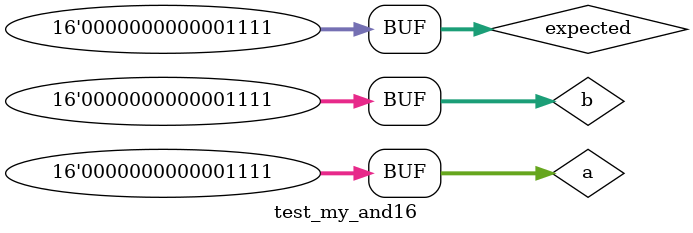
<source format=v>
module test_my_and16();
   reg [15:0] a;
   reg [15:0] b;
   reg [15:0] expected;
   
   wire [15:0] c;
   

   my_and16 u1(c, b, a);

   initial 
     begin
	a = 16'b0000000000000000;
	b = 16'b0000000000000000;
	expected = 16'b0000000000000000;

	#1 
        a[0] = 1;
	expected[0] = 0;

	#1 
        b[0] = 1;
	expected[0] = 1;

	#1 
        b[1] = 1;
	expected[1] = 0;

	#1
        a[1] = 1;
	expected[1] = 1;

	#1 
        a[2] = 1;
	expected[2] = 0;

	#1 
        b[2] = 1;
	expected[2] = 1;

	#1 
        b[3] = 1;
	expected[3] = 0;

	#1
        a[3] = 1;
	expected[3] = 1;
     end

   initial
     $monitor("my_and16 %d %b %b (%b %b)", $time, a, b, c, expected);
   
endmodule

</source>
